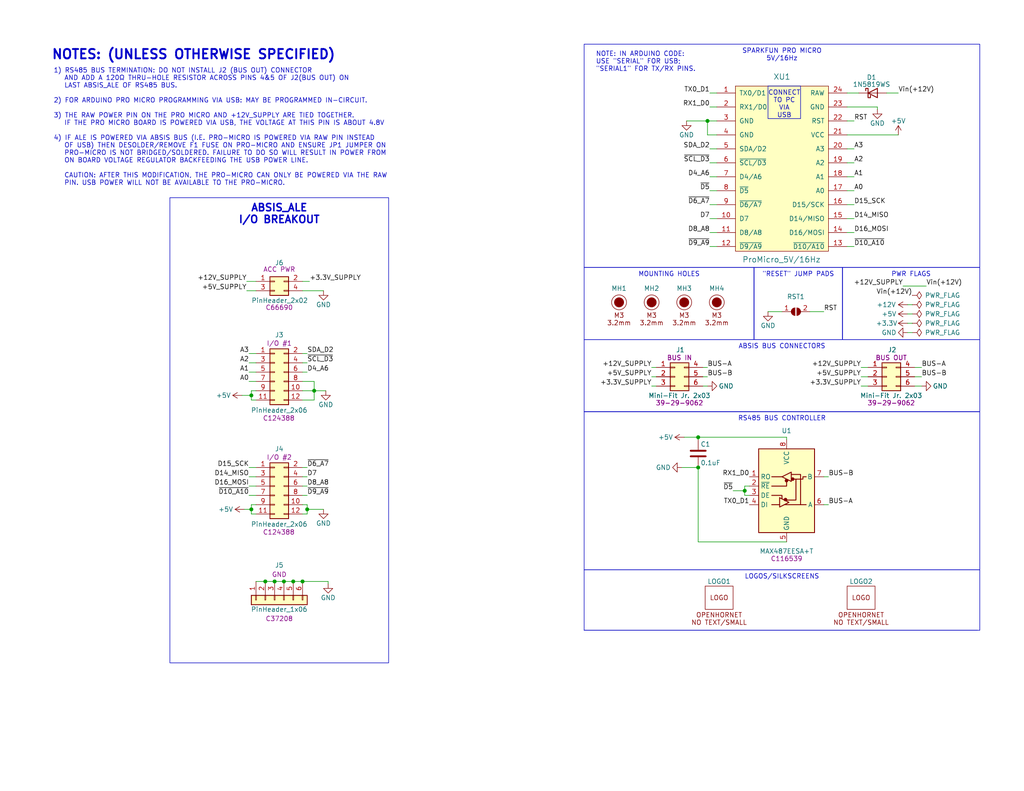
<source format=kicad_sch>
(kicad_sch (version 20231120) (generator "eeschema") (generator_version "8.0")
  (paper "A")
  (title_block (title "ABSIS ALE (ALmost Everything)") (date "2023-11-03") (rev "3") (company "www.openhornet.com") (comment 1 "License:  CC BY-NC-SA"))
  (lib_symbols
    (symbol "Device:D_Schottky" (pin_numbers hide) (pin_names (offset 1.016) hide)
      (property "Reference" "D" (at 0 2.54 0))
      (property "Value" "D_Schottky" (at 0 -2.54 0))
      (symbol "D_Schottky_0_1"
        (polyline (pts (xy 1.27 0) (xy -1.27 0)))
        (polyline (pts (xy 1.27 1.27) (xy 1.27 -1.27) (xy -1.27 0) (xy 1.27 1.27)) (stroke (width 0.254)))
        (polyline (pts (xy -1.905 0.635) (xy -1.905 1.27) (xy -1.27 1.27) (xy -1.27 -1.27) (xy -0.635 -1.27) (xy -0.635 -0.635)) (stroke (width 0.254)))
      )
      (symbol "D_Schottky_1_1"
        (pin passive line (at -3.81 0 0) (length 2.54) (name "K") (number "1"))
        (pin passive line (at 3.81 0 180) (length 2.54) (name "A") (number "2"))
      )
    )
    (symbol "OH_Symbols:Capacitor_0805_0.1uF" (pin_numbers hide) (pin_names (offset 0.254))
      (property "Reference" "C" (at 0.635 2.54 0))
      (property "Value" "0.1uF" (at 0.635 -2.54 0))
      (symbol "Capacitor_0805_0.1uF_0_1"
        (polyline (pts (xy -2.032 -0.762) (xy 2.032 -0.762)) (stroke (width 0.508)))
        (polyline (pts (xy -2.032 0.762) (xy 2.032 0.762)) (stroke (width 0.508)))
      )
      (symbol "Capacitor_0805_0.1uF_1_1"
        (pin passive line (at 0 3.81 270) (length 2.794) (name "~") (number "1"))
        (pin passive line (at 0 -3.81 90) (length 2.794) (name "~") (number "2"))
      )
    )
    (symbol "OH_Symbols:Controller_MAX487E"
      (property "Reference" "U1" (at 0 15.113 0))
      (property "Value" "MAX487EESA+T" (at 0 -17.78 0))
      (property "LCSC" "C116539" (at 0 -19.812 0))
      (symbol "Controller_MAX487E_0_1"
        (rectangle (start -7.62 10.16) (end 7.62 -12.7) (stroke (width 0.254)) (fill (type background)))
        (circle (center -0.3048 -3.683) (radius 0.3556) (stroke (width 0.254)) (fill (type outline)))
        (circle (center -0.0254 1.4986) (radius 0.3556) (stroke (width 0.254)) (fill (type outline)))
        (polyline (pts (xy -4.064 -5.08) (xy -1.905 -5.08)) (stroke (width 0.254)))
        (polyline (pts (xy -4.064 2.54) (xy -1.27 2.54)) (stroke (width 0.254)))
        (polyline (pts (xy -1.27 -3.2004) (xy -1.27 -3.4544)) (stroke (width 0.254)))
        (polyline (pts (xy -0.635 -5.08) (xy 5.334 -5.08)) (stroke (width 0.254)))
        (polyline (pts (xy -4.064 -2.54) (xy -1.27 -2.54) (xy -1.27 -3.175)) (stroke (width 0.254)))
        (polyline (pts (xy 0 1.27) (xy 0 0) (xy -4.064 0)) (stroke (width 0.254)))
        (polyline (pts (xy 1.27 3.175) (xy 3.81 3.175) (xy 3.81 -5.08)) (stroke (width 0.254)))
        (polyline (pts (xy 2.54 1.905) (xy 2.54 -3.81) (xy 0 -3.81)) (stroke (width 0.254)))
        (polyline (pts (xy -1.905 -3.175) (xy -1.905 -5.715) (xy 0.635 -4.445) (xy -1.905 -3.175)) (stroke (width 0.254)))
        (polyline (pts (xy -1.27 2.54) (xy 1.27 3.81) (xy 1.27 1.27) (xy -1.27 2.54)) (stroke (width 0.254)))
        (polyline (pts (xy 1.905 1.905) (xy 4.445 1.905) (xy 4.445 2.54) (xy 5.334 2.54)) (stroke (width 0.254)))
        (rectangle (start 1.27 3.175) (end 1.27 3.175))
        (circle (center 1.651 1.905) (radius 0.3556) (stroke (width 0.254)) (fill (type outline)))
      )
      (symbol "Controller_MAX487E_1_1"
        (pin output line (at -10.16 2.54 0) (length 2.54) (name "RO") (number "1"))
        (pin input line (at -10.16 0 0) (length 2.54) (name "~{RE}") (number "2"))
        (pin input line (at -10.16 -2.54 0) (length 2.54) (name "DE") (number "3"))
        (pin input line (at -10.16 -5.08 0) (length 2.54) (name "DI") (number "4"))
        (pin power_in line (at 0 -15.24 90) (length 2.54) (name "GND") (number "5"))
        (pin bidirectional line (at 10.16 -5.08 180) (length 2.54) (name "A") (number "6"))
        (pin bidirectional line (at 10.16 2.54 180) (length 2.54) (name "B") (number "7"))
        (pin power_in line (at 0 12.7 270) (length 2.54) (name "VCC") (number "8"))
      )
    )
    (symbol "OH_Symbols:Controller_Pro_Micro" (pin_names (offset 1.016))
      (property "Reference" "XU" (at 0 28.194 0))
      (property "Value" "ProMicro_5V/16Hz" (at -0.127 -21.336 0))
      (symbol "Controller_Pro_Micro_0_1"
        (rectangle (start -12.7 26.035) (end 12.7 -19.05) (fill (type background)))
      )
      (symbol "Controller_Pro_Micro_1_1"
        (pin bidirectional line (at -17.78 24.13 0) (length 5.08) (name "TX0/D1") (number "1"))
        (pin bidirectional line (at -17.78 -10.16 0) (length 5.08) (name "D7") (number "10"))
        (pin bidirectional line (at -17.78 -13.97 0) (length 5.08) (name "D8/A8") (number "11"))
        (pin bidirectional line (at -17.78 -17.78 0) (length 5.08) (name "~{D9/A9}") (number "12"))
        (pin bidirectional line (at 17.78 -17.78 180) (length 5.08) (name "~{D10/A10}") (number "13"))
        (pin bidirectional line (at 17.78 -13.97 180) (length 5.08) (name "D16/MOSI") (number "14"))
        (pin bidirectional line (at 17.78 -10.16 180) (length 5.08) (name "D14/MISO") (number "15"))
        (pin bidirectional line (at 17.78 -6.35 180) (length 5.08) (name "D15/SCK") (number "16"))
        (pin bidirectional line (at 17.78 -2.54 180) (length 5.08) (name "A0") (number "17"))
        (pin bidirectional line (at 17.78 1.27 180) (length 5.08) (name "A1") (number "18"))
        (pin bidirectional line (at 17.78 5.08 180) (length 5.08) (name "A2") (number "19"))
        (pin bidirectional line (at -17.78 20.32 0) (length 5.08) (name "RX1/D0") (number "2"))
        (pin bidirectional line (at 17.78 8.89 180) (length 5.08) (name "A3") (number "20"))
        (pin power_in line (at 17.78 12.7 180) (length 5.08) (name "VCC") (number "21"))
        (pin bidirectional line (at 17.78 16.51 180) (length 5.08) (name "RST") (number "22"))
        (pin power_in line (at 17.78 20.32 180) (length 5.08) (name "GND") (number "23"))
        (pin power_in line (at 17.78 24.13 180) (length 5.08) (name "RAW") (number "24"))
        (pin power_in line (at -17.78 16.51 0) (length 5.08) (name "GND") (number "3"))
        (pin power_in line (at -17.78 12.7 0) (length 5.08) (name "GND") (number "4"))
        (pin bidirectional line (at -17.78 8.89 0) (length 5.08) (name "SDA/D2") (number "5"))
        (pin bidirectional line (at -17.78 5.08 0) (length 5.08) (name "~{SCL/D3}") (number "6"))
        (pin bidirectional line (at -17.78 1.27 0) (length 5.08) (name "D4/A6") (number "7"))
        (pin bidirectional line (at -17.78 -2.54 0) (length 5.08) (name "~{D5}") (number "8"))
        (pin bidirectional line (at -17.78 -6.35 0) (length 5.08) (name "~{D6/A7}") (number "9"))
      )
    )
    (symbol "OH_Symbols:Jumper_Solder_2_Open" (pin_names (offset 0) hide)
      (property "Reference" "JP" (at 0 2.032 0))
      (property "Value" "SolderJumper_2_Open" (at 0 -2.54 0))
      (symbol "Jumper_Solder_2_Open_0_1"
        (arc (start -0.254 1.016) (mid -1.2656 0) (end -0.254 -1.016))
        (arc (start -0.254 1.016) (mid -1.2656 0) (end -0.254 -1.016) (fill (type outline)))
        (polyline (pts (xy -0.254 1.016) (xy -0.254 -1.016)))
        (polyline (pts (xy 0.254 1.016) (xy 0.254 -1.016)))
        (arc (start 0.254 -1.016) (mid 1.2656 0) (end 0.254 1.016))
        (arc (start 0.254 -1.016) (mid 1.2656 0) (end 0.254 1.016) (fill (type outline)))
      )
      (symbol "Jumper_Solder_2_Open_1_1"
        (pin passive line (at -3.81 0 0) (length 2.54) (name "A") (number "1"))
        (pin passive line (at 3.81 0 180) (length 2.54) (name "B") (number "2"))
      )
    )
    (symbol "OH_Symbols:LOGO_OpenHornet_NoText_Small" (pin_numbers hide) (pin_names (offset 0) hide) (in_bom no)
      (property "Reference" "LOGO" (at 0 12.7 0))
      (symbol "LOGO_OpenHornet_NoText_Small_0_1"
        (rectangle (start 3.81 5.08) (end -3.81 11.43))
      )
      (symbol "LOGO_OpenHornet_NoText_Small_1_0"
        (text "LOGO" (at 0 8.255 0) (effects (font (size 1.27 1.27))))
        (text "OPENHORNET\nNO TEXT/SMALL" (at 0 2.54 0) (effects (font (size 1.27 1.27))))
      )
    )
    (symbol "OH_Symbols:Molex_Mini-Fit_Jr._2x03" (pin_names (offset 1.016) hide)
      (property "Reference" "J" (at -0.0254 7.239 0))
      (property "Value" "Mini-Fit Jr. 2x03" (at -0.0254 -5.1308 0))
      (property "Manufacturer PN" "39-29-9062" (at -0.0254 -7.1374 0))
      (property "Silkscreen" "BUS IN" (at -0.0254 5.207 0))
      (symbol "Molex_Mini-Fit_Jr._2x03_1_1"
        (rectangle (start -2.54 -2.413) (end -1.27 -2.667) (stroke (width 0.1524)))
        (rectangle (start -2.54 0.127) (end -1.27 -0.127) (stroke (width 0.1524)))
        (rectangle (start -2.54 2.667) (end -1.27 2.413) (stroke (width 0.1524)))
        (rectangle (start -2.54 3.81) (end 2.54 -3.81) (stroke (width 0.254)) (fill (type background)))
        (rectangle (start 2.54 -2.413) (end 1.27 -2.667) (stroke (width 0.1524)))
        (rectangle (start 2.54 0.127) (end 1.27 -0.127) (stroke (width 0.1524)))
        (rectangle (start 2.54 2.667) (end 1.27 2.413) (stroke (width 0.1524)))
        (pin passive line (at -6.35 2.54 0) (length 3.81) (name "Pin_1") (number "1"))
        (pin passive line (at -6.35 0 0) (length 3.81) (name "Pin_2") (number "2"))
        (pin passive line (at -6.35 -2.54 0) (length 3.81) (name "Pin_3") (number "3"))
        (pin passive line (at 6.35 2.54 180) (length 3.81) (name "Pin_4") (number "4"))
        (pin passive line (at 6.35 0 180) (length 3.81) (name "Pin_5") (number "5"))
        (pin passive line (at 6.35 -2.54 180) (length 3.81) (name "Pin_6") (number "6"))
      )
    )
    (symbol "OH_Symbols:MountingHole_M3_3.2mm" (pin_numbers hide) (pin_names (offset 0) hide) (in_bom no)
      (property "Reference" "MH" (at 0 3.81 0))
      (symbol "MountingHole_M3_3.2mm_0_0"
        (circle (center 0 0) (radius 1.27) (fill (type outline)))
        (circle (center 0 0) (radius 2.032))
      )
      (symbol "MountingHole_M3_3.2mm_1_1"
        (text "M3\n3.2mm" (at 0 -4.572 0) (effects (font (size 1.27 1.27))))
      )
    )
    (symbol "OH_Symbols:PinHeader_1x06" (pin_names (offset 1.016) hide)
      (property "Reference" "J" (at 0 8.763 0))
      (property "Value" "PinHeader_1x06" (at 0 -4.953 0))
      (property "LCSC" "C37208" (at 0 -7.112 0))
      (property "Silkscreen" "GND" (at 0 6.477 0))
      (symbol "PinHeader_1x06_1_1"
        (rectangle (start -7.747 -0.127) (end 7.493 -2.667) (stroke (width 0.254)) (fill (type background)))
        (rectangle (start -6.35 -1.397) (end -6.604 -0.127) (stroke (width 0.1524)))
        (rectangle (start -3.81 -1.397) (end -4.064 -0.127) (stroke (width 0.1524)))
        (rectangle (start -1.27 -1.397) (end -1.524 -0.127) (stroke (width 0.1524)))
        (rectangle (start 1.27 -1.397) (end 1.016 -0.127) (stroke (width 0.1524)))
        (rectangle (start 3.81 -1.397) (end 3.556 -0.127) (stroke (width 0.1524)))
        (rectangle (start 6.35 -1.397) (end 6.096 -0.127) (stroke (width 0.1524)))
        (pin passive line (at -6.477 3.683 270) (length 3.81) (name "Pin_1") (number "1"))
        (pin passive line (at -3.937 3.683 270) (length 3.81) (name "Pin_2") (number "2"))
        (pin passive line (at -1.397 3.683 270) (length 3.81) (name "Pin_3") (number "3"))
        (pin passive line (at 1.143 3.683 270) (length 3.81) (name "Pin_4") (number "4"))
        (pin passive line (at 3.683 3.683 270) (length 3.81) (name "Pin_5") (number "5"))
        (pin passive line (at 6.223 3.683 270) (length 3.81) (name "Pin_6") (number "6"))
      )
    )
    (symbol "OH_Symbols:PinHeader_2x02" (pin_names (offset 1.016) hide)
      (property "Reference" "J" (at 1.27 5.08 0))
      (property "Value" "PinHeader_2x02" (at 1.397 -5.207 0))
      (property "LCSC" "C66690" (at 1.27 -7.112 0))
      (property "Silkscreen" "ACC PWR" (at 1.27 3.302 0))
      (symbol "PinHeader_2x02_1_1"
        (rectangle (start -1.27 -2.413) (end 0 -2.667) (stroke (width 0.1524)))
        (rectangle (start -1.27 0.127) (end 0 -0.127) (stroke (width 0.1524)))
        (rectangle (start -1.27 1.27) (end 3.81 -3.81) (stroke (width 0.254)) (fill (type background)))
        (rectangle (start 3.81 -2.413) (end 2.54 -2.667) (stroke (width 0.1524)))
        (rectangle (start 3.81 0.127) (end 2.54 -0.127) (stroke (width 0.1524)))
        (pin passive line (at -5.08 0 0) (length 3.81) (name "Pin_1") (number "1"))
        (pin passive line (at 7.62 0 180) (length 3.81) (name "Pin_2") (number "2"))
        (pin passive line (at -5.08 -2.54 0) (length 3.81) (name "Pin_3") (number "3"))
        (pin passive line (at 7.62 -2.54 180) (length 3.81) (name "Pin_4") (number "4"))
      )
    )
    (symbol "OH_Symbols:PinHeader_2x06" (pin_names (offset 1.016) hide)
      (property "Reference" "J" (at 1.27 10.16 0))
      (property "Value" "PinHeader_2x06" (at 1.27 -10.414 0))
      (property "LCSC" "C124388" (at 1.143 -12.573 0))
      (property "Silkscreen" "I/O #" (at 1.27 7.874 0))
      (symbol "PinHeader_2x06_1_1"
        (rectangle (start -1.27 -7.493) (end 0 -7.747) (stroke (width 0.1524)))
        (rectangle (start -1.27 -4.953) (end 0 -5.207) (stroke (width 0.1524)))
        (rectangle (start -1.27 -2.413) (end 0 -2.667) (stroke (width 0.1524)))
        (rectangle (start -1.27 0.127) (end 0 -0.127) (stroke (width 0.1524)))
        (rectangle (start -1.27 2.667) (end 0 2.413) (stroke (width 0.1524)))
        (rectangle (start -1.27 5.207) (end 0 4.953) (stroke (width 0.1524)))
        (rectangle (start -1.27 6.35) (end 3.81 -8.89) (stroke (width 0.254)) (fill (type background)))
        (rectangle (start 3.81 -7.493) (end 2.54 -7.747) (stroke (width 0.1524)))
        (rectangle (start 3.81 -4.953) (end 2.54 -5.207) (stroke (width 0.1524)))
        (rectangle (start 3.81 -2.413) (end 2.54 -2.667) (stroke (width 0.1524)))
        (rectangle (start 3.81 0.127) (end 2.54 -0.127) (stroke (width 0.1524)))
        (rectangle (start 3.81 2.667) (end 2.54 2.413) (stroke (width 0.1524)))
        (rectangle (start 3.81 5.207) (end 2.54 4.953) (stroke (width 0.1524)))
        (pin passive line (at -5.08 5.08 0) (length 3.81) (name "Pin_1") (number "1"))
        (pin passive line (at 7.62 -5.08 180) (length 3.81) (name "Pin_10") (number "10"))
        (pin passive line (at -5.08 -7.62 0) (length 3.81) (name "Pin_11") (number "11"))
        (pin passive line (at 7.62 -7.62 180) (length 3.81) (name "Pin_12") (number "12"))
        (pin passive line (at 7.62 5.08 180) (length 3.81) (name "Pin_2") (number "2"))
        (pin passive line (at -5.08 2.54 0) (length 3.81) (name "Pin_3") (number "3"))
        (pin passive line (at 7.62 2.54 180) (length 3.81) (name "Pin_4") (number "4"))
        (pin passive line (at -5.08 0 0) (length 3.81) (name "Pin_5") (number "5"))
        (pin passive line (at 7.62 0 180) (length 3.81) (name "Pin_6") (number "6"))
        (pin passive line (at -5.08 -2.54 0) (length 3.81) (name "Pin_7") (number "7"))
        (pin passive line (at 7.62 -2.54 180) (length 3.81) (name "Pin_8") (number "8"))
        (pin passive line (at -5.08 -5.08 0) (length 3.81) (name "Pin_9") (number "9"))
      )
    )
    (symbol "power:+12V" (power) (pin_names (offset 0))
      (property "Value" "+12V" (at 0 3.556 0))
      (symbol "+12V_0_1"
        (polyline (pts (xy -0.762 1.27) (xy 0 2.54)))
        (polyline (pts (xy 0 0) (xy 0 2.54)))
        (polyline (pts (xy 0 2.54) (xy 0.762 1.27)))
      )
      (symbol "+12V_1_1"
        (pin power_in line (at 0 0 90) (length 0) hide (name "+12V") (number "1"))
      )
    )
    (symbol "power:+3.3V" (power) (pin_names (offset 0))
      (property "Value" "+3.3V" (at 0 3.556 0))
      (symbol "+3.3V_0_1"
        (polyline (pts (xy -0.762 1.27) (xy 0 2.54)))
        (polyline (pts (xy 0 0) (xy 0 2.54)))
        (polyline (pts (xy 0 2.54) (xy 0.762 1.27)))
      )
      (symbol "+3.3V_1_1"
        (pin power_in line (at 0 0 90) (length 0) hide (name "+3.3V") (number "1"))
      )
    )
    (symbol "power:+5V" (power) (pin_names (offset 0))
      (property "Value" "+5V" (at 0 3.556 0))
      (symbol "+5V_0_1"
        (polyline (pts (xy -0.762 1.27) (xy 0 2.54)))
        (polyline (pts (xy 0 0) (xy 0 2.54)))
        (polyline (pts (xy 0 2.54) (xy 0.762 1.27)))
      )
      (symbol "+5V_1_1"
        (pin power_in line (at 0 0 90) (length 0) hide (name "+5V") (number "1"))
      )
    )
    (symbol "power:GND" (power) (pin_names (offset 0))
      (property "Value" "GND" (at 0 -3.81 0))
      (symbol "GND_0_1"
        (polyline (pts (xy 0 0) (xy 0 -1.27) (xy 1.27 -1.27) (xy 0 -2.54) (xy -1.27 -1.27) (xy 0 -1.27)))
      )
      (symbol "GND_1_1"
        (pin power_in line (at 0 0 270) (length 0) hide (name "GND") (number "1"))
      )
    )
    (symbol "power:PWR_FLAG" (power) (pin_numbers hide) (pin_names (offset 0) hide)
      (property "Value" "PWR_FLAG" (at 0 3.81 0))
      (symbol "PWR_FLAG_0_0"
        (pin power_out line (at 0 0 90) (length 0) (name "pwr") (number "1"))
      )
      (symbol "PWR_FLAG_0_1"
        (polyline (pts (xy 0 0) (xy 0 1.27) (xy -1.016 1.905) (xy 0 2.54) (xy 1.016 1.905) (xy 0 1.27)))
      )
    )
  )
  (junction (at 72.39 158.75))
  (junction (at 190.5 127.635))
  (junction (at 85.725 106.68))
  (junction (at 74.93 158.75))
  (junction (at 190.5 119.38))
  (junction (at 77.47 158.75))
  (junction (at 193.04 33.02))
  (junction (at 80.01 158.75))
  (junction (at 203.2 133.985))
  (junction (at 68.58 107.95))
  (junction (at 82.55 158.75))
  (junction (at 83.82 139.065))
  (junction (at 68.58 139.065))
  (wire (pts (xy 193.675 55.88) (xy 195.58 55.88)))
  (wire (pts (xy 203.2 133.985) (xy 203.2 135.255)))
  (wire (pts (xy 177.8 105.41) (xy 179.07 105.41)))
  (wire (pts (xy 88.265 139.065) (xy 83.82 139.065)))
  (wire (pts (xy 193.04 36.83) (xy 195.58 36.83)))
  (wire (pts (xy 193.675 40.64) (xy 195.58 40.64)))
  (wire (pts (xy 193.675 52.07) (xy 195.58 52.07)))
  (wire (pts (xy 209.55 85.09) (xy 213.36 85.09)))
  (wire (pts (xy 226.06 137.795) (xy 224.79 137.795)))
  (wire (pts (xy 191.77 105.41) (xy 193.04 105.41)))
  (wire (pts (xy 193.675 44.45) (xy 195.58 44.45)))
  (wire (pts (xy 83.82 101.6) (xy 82.55 101.6)))
  (wire (pts (xy 83.82 130.175) (xy 82.55 130.175)))
  (wire (pts (xy 77.47 158.75) (xy 80.01 158.75)))
  (wire (pts (xy 193.675 25.4) (xy 195.58 25.4)))
  (wire (pts (xy 83.82 99.06) (xy 82.55 99.06)))
  (wire (pts (xy 247.65 90.805) (xy 248.92 90.805)))
  (wire (pts (xy 67.945 127.635) (xy 69.85 127.635)))
  (wire (pts (xy 85.725 109.22) (xy 85.725 106.68)))
  (wire (pts (xy 214.63 147.955) (xy 190.5 147.955)))
  (wire (pts (xy 190.5 119.38) (xy 190.5 120.015)))
  (wire (pts (xy 83.82 139.065) (xy 83.82 140.335)))
  (wire (pts (xy 203.2 132.715) (xy 203.2 133.985)))
  (wire (pts (xy 249.555 105.41) (xy 251.46 105.41)))
  (wire (pts (xy 231.14 55.88) (xy 233.045 55.88)))
  (wire (pts (xy 66.04 107.95) (xy 68.58 107.95)))
  (wire (pts (xy 68.58 106.68) (xy 68.58 107.95)))
  (wire (pts (xy 68.58 139.065) (xy 68.58 140.335)))
  (wire (pts (xy 239.395 29.21) (xy 239.395 29.845)))
  (wire (pts (xy 247.65 88.265) (xy 248.92 88.265)))
  (wire (pts (xy 203.2 135.255) (xy 204.47 135.255)))
  (wire (pts (xy 177.8 100.33) (xy 179.07 100.33)))
  (wire (pts (xy 231.14 59.69) (xy 233.045 59.69)))
  (wire (pts (xy 69.85 106.68) (xy 68.58 106.68)))
  (wire (pts (xy 67.31 79.375) (xy 69.85 79.375)))
  (wire (pts (xy 83.82 132.715) (xy 82.55 132.715)))
  (wire (pts (xy 231.14 52.07) (xy 233.045 52.07)))
  (wire (pts (xy 88.265 79.375) (xy 82.55 79.375)))
  (wire (pts (xy 82.55 109.22) (xy 85.725 109.22)))
  (wire (pts (xy 83.82 96.52) (xy 82.55 96.52)))
  (wire (pts (xy 89.535 159.385) (xy 89.535 158.75)))
  (wire (pts (xy 193.675 59.69) (xy 195.58 59.69)))
  (wire (pts (xy 83.82 137.795) (xy 82.55 137.795)))
  (wire (pts (xy 231.14 36.83) (xy 245.11 36.83)))
  (wire (pts (xy 231.14 40.64) (xy 233.045 40.64)))
  (wire (pts (xy 69.85 158.75) (xy 72.39 158.75)))
  (wire (pts (xy 246.38 78.105) (xy 252.73 78.105)))
  (wire (pts (xy 195.58 33.02) (xy 193.04 33.02)))
  (wire (pts (xy 203.2 132.715) (xy 204.47 132.715)))
  (wire (pts (xy 84.455 76.835) (xy 82.55 76.835)))
  (wire (pts (xy 83.82 127.635) (xy 82.55 127.635)))
  (wire (pts (xy 67.945 132.715) (xy 69.85 132.715)))
  (polyline (pts (xy 159.385 172.085) (xy 266.7 172.085)))
  (wire (pts (xy 245.11 25.4) (xy 241.935 25.4)))
  (wire (pts (xy 69.85 137.795) (xy 68.58 137.795)))
  (wire (pts (xy 80.01 158.75) (xy 82.55 158.75)))
  (wire (pts (xy 85.725 106.68) (xy 85.725 104.14)))
  (wire (pts (xy 66.675 139.065) (xy 68.58 139.065)))
  (wire (pts (xy 67.945 104.14) (xy 69.85 104.14)))
  (wire (pts (xy 67.945 130.175) (xy 69.85 130.175)))
  (wire (pts (xy 193.04 33.02) (xy 193.04 36.83)))
  (wire (pts (xy 191.77 102.87) (xy 193.04 102.87)))
  (wire (pts (xy 190.5 119.38) (xy 214.63 119.38)))
  (wire (pts (xy 72.39 158.75) (xy 74.93 158.75)))
  (wire (pts (xy 83.82 135.255) (xy 82.55 135.255)))
  (wire (pts (xy 231.14 29.21) (xy 239.395 29.21)))
  (wire (pts (xy 247.65 83.185) (xy 248.92 83.185)))
  (wire (pts (xy 88.9 106.68) (xy 85.725 106.68)))
  (wire (pts (xy 191.77 100.33) (xy 193.04 100.33)))
  (wire (pts (xy 220.98 85.09) (xy 224.79 85.09)))
  (wire (pts (xy 67.945 96.52) (xy 69.85 96.52)))
  (wire (pts (xy 193.675 29.21) (xy 195.58 29.21)))
  (wire (pts (xy 249.555 100.33) (xy 251.46 100.33)))
  (wire (pts (xy 231.14 33.02) (xy 233.045 33.02)))
  (wire (pts (xy 200.025 133.985) (xy 203.2 133.985)))
  (wire (pts (xy 231.14 63.5) (xy 233.045 63.5)))
  (wire (pts (xy 68.58 109.22) (xy 69.85 109.22)))
  (wire (pts (xy 74.93 158.75) (xy 77.47 158.75)))
  (wire (pts (xy 186.69 119.38) (xy 190.5 119.38)))
  (wire (pts (xy 231.14 48.26) (xy 233.045 48.26)))
  (wire (pts (xy 193.675 67.31) (xy 195.58 67.31)))
  (wire (pts (xy 247.65 85.725) (xy 248.92 85.725)))
  (wire (pts (xy 82.55 140.335) (xy 83.82 140.335)))
  (wire (pts (xy 68.58 140.335) (xy 69.85 140.335)))
  (wire (pts (xy 231.14 67.31) (xy 233.045 67.31)))
  (wire (pts (xy 83.82 139.065) (xy 83.82 137.795)))
  (wire (pts (xy 82.55 158.75) (xy 89.535 158.75)))
  (wire (pts (xy 234.95 102.87) (xy 236.855 102.87)))
  (wire (pts (xy 85.725 104.14) (xy 82.55 104.14)))
  (wire (pts (xy 68.58 137.795) (xy 68.58 139.065)))
  (wire (pts (xy 234.95 100.33) (xy 236.855 100.33)))
  (wire (pts (xy 234.95 105.41) (xy 236.855 105.41)))
  (wire (pts (xy 193.675 48.26) (xy 195.58 48.26)))
  (wire (pts (xy 214.63 119.38) (xy 214.63 120.015)))
  (wire (pts (xy 67.945 135.255) (xy 69.85 135.255)))
  (wire (pts (xy 67.945 101.6) (xy 69.85 101.6)))
  (wire (pts (xy 224.79 130.175) (xy 226.06 130.175)))
  (wire (pts (xy 190.5 147.955) (xy 190.5 127.635)))
  (wire (pts (xy 67.31 76.835) (xy 69.85 76.835)))
  (wire (pts (xy 82.55 106.68) (xy 85.725 106.68)))
  (wire (pts (xy 249.555 102.87) (xy 251.46 102.87)))
  (wire (pts (xy 231.14 25.4) (xy 234.315 25.4)))
  (wire (pts (xy 193.04 33.02) (xy 187.325 33.02)))
  (wire (pts (xy 67.945 99.06) (xy 69.85 99.06)))
  (wire (pts (xy 186.055 127.635) (xy 190.5 127.635)))
  (wire (pts (xy 68.58 107.95) (xy 68.58 109.22)))
  (wire (pts (xy 177.8 102.87) (xy 179.07 102.87)))
  (wire (pts (xy 193.675 63.5) (xy 195.58 63.5)))
  (wire (pts (xy 231.14 44.45) (xy 233.045 44.45)))
  (text_box "SPARKFUN PRO MICRO\n5V/16Hz" (at 159.385 12.065 0) (size 107.95 60.96) (effects (font (size 1.27 1.27)) (justify top)))
  (text_box "LOGOS/SILKSCREENS" (at 159.385 155.575 0) (size 107.95 16.51) (effects (font (size 1.27 1.27)) (justify top)))
  (text_box "CONNECT TO PC VIA USB" (at 209.55 23.495 0) (size 8.89 8.89) (effects (font (size 1.27 1.27)) (justify top)))
  (text_box "ABSIS BUS CONNECTORS" (at 159.385 92.71 0) (size 107.95 19.685) (effects (font (size 1.27 1.27)) (justify top)))
  (text_box "PWR FLAGS" (at 229.87 73.025 0) (size 37.465 19.685) (effects (font (size 1.27 1.27)) (justify top)))
  (text_box "MOUNTING HOLES" (at 159.385 73.025 0) (size 46.355 19.685) (effects (font (size 1.27 1.27)) (justify top)))
  (text_box "ABSIS_ALE\nI/O BREAKOUT" (at 46.355 53.975 0) (size 59.69 127) (effects (font (size 2 2) (thickness 0.4) (bold yes)) (justify top)))
  (text_box "\"RESET\" JUMP PADS" (at 205.74 73.025 0) (size 24.13 19.685) (effects (font (size 1.27 1.27)) (justify top)))
  (text_box "RS485 BUS CONTROLLER" (at 159.385 112.395 0) (size 107.95 43.18) (effects (font (size 1.27 1.27)) (justify top)))
  (text "NOTES: (UNLESS OTHERWISE SPECIFIED)" (at 13.97 16.51 0) (effects (font (size 2.54 2.54) (thickness 0.508) (bold yes)) (justify left bottom)))
  (text "1) RS485 BUS TERMINATION: DO NOT INSTALL J2 (BUS OUT) CONNECTOR \n   AND ADD A 120Ω THRU-HOLE RESISTOR ACROSS PINS 4&5 OF J2(BUS OUT) ON \n   LAST ABSIS_ALE OF RS485 BUS.\n\n2) FOR ARDUINO PRO MICRO PROGRAMMING VIA USB: MAY BE PROGRAMMED IN-CIRCUIT.\n\n3) THE RAW POWER PIN ON THE PRO MICRO AND +12V_SUPPLY ARE TIED TOGETHER.\n   IF THE PRO MICRO BOARD IS POWERED VIA USB, THE VOLTAGE AT THIS PIN IS ABOUT 4.8V\n\n4) IF ALE IS POWERED VIA ABSIS BUS (I.E. PRO-MICRO IS POWERED VIA RAW PIN INSTEAD \n   OF USB) THEN DESOLDER/REMOVE F1 FUSE ON PRO-MICRO AND ENSURE JP1 JUMPER ON \n   PRO-MICRO IS NOT BRIDGED/SOLDERED. FAILURE TO DO SO WILL RESULT IN POWER FROM\n   ON BOARD VOLTAGE REGULATOR BACKFEEDING THE USB POWER LINE.\n\n   CAUTION: AFTER THIS MODIFICATION, THE PRO-MICRO CAN ONLY BE POWERED VIA THE RAW\n   PIN. USB POWER WILL NOT BE AVAILABLE TO THE PRO-MICRO." (at 14.605 50.8 0) (effects (font (size 1.27 1.27)) (justify left bottom)))
  (text "NOTE: IN ARDUINO CODE: \nUSE \"SERIAL\" FOR USB; \n\"SERIAL1\" FOR TX/RX PINS." (at 162.56 19.685 0) (effects (font (size 1.27 1.27)) (justify left bottom)))
  (label "Vin(+12V)" (at 252.73 78.105 0))
  (label "RST" (at 224.79 85.09 0))
  (label "~{SCL_D3}" (at 193.675 44.45 180))
  (label "Vin(+12V)" (at 245.11 25.4 0))
  (label "BUS-A" (at 226.06 137.795 0))
  (label "+12V_SUPPLY" (at 246.38 78.105 180))
  (label "D14_MISO" (at 233.045 59.69 0))
  (label "BUS-B" (at 251.46 102.87 0))
  (label "~{D10_A10}" (at 67.945 135.255 180))
  (label "D15_SCK" (at 233.045 55.88 0))
  (label "D8_A8" (at 83.82 132.715 0))
  (label "+12V_SUPPLY" (at 177.8 100.33 180))
  (label "+12V_SUPPLY" (at 234.95 100.33 180))
  (label "~{D6_A7}" (at 193.675 55.88 180))
  (label "SDA_D2" (at 83.82 96.52 0))
  (label "+12V_SUPPLY" (at 67.31 76.835 180))
  (label "~{D9_A9}" (at 193.675 67.31 180))
  (label "+5V_SUPPLY" (at 234.95 102.87 180))
  (label "D16_MOSI" (at 233.045 63.5 0))
  (label "~{D9_A9}" (at 83.82 135.255 0))
  (label "A1" (at 67.945 101.6 180))
  (label "D14_MISO" (at 67.945 130.175 180))
  (label "A3" (at 233.045 40.64 0))
  (label "BUS-A" (at 193.04 100.33 0))
  (label "A2" (at 67.945 99.06 180))
  (label "D7" (at 193.675 59.69 180))
  (label "Vin(+12V)" (at 248.92 80.645 180))
  (label "BUS-B" (at 193.04 102.87 0))
  (label "A2" (at 233.045 44.45 0))
  (label "+3.3V_SUPPLY" (at 234.95 105.41 180))
  (label "D4_A6" (at 193.675 48.26 180))
  (label "+3.3V_SUPPLY" (at 177.8 105.41 180))
  (label "~{D6_A7}" (at 83.82 127.635 0))
  (label "~{D10_A10}" (at 233.045 67.31 0))
  (label "TX0_D1" (at 193.675 25.4 180))
  (label "~{D5}" (at 193.675 52.07 180))
  (label "A0" (at 67.945 104.14 180))
  (label "D15_SCK" (at 67.945 127.635 180))
  (label "+3.3V_SUPPLY" (at 84.455 76.835 0))
  (label "~{SCL_D3}" (at 83.82 99.06 0))
  (label "A1" (at 233.045 48.26 0))
  (label "SDA_D2" (at 193.675 40.64 180))
  (label "D4_A6" (at 83.82 101.6 0))
  (label "A0" (at 233.045 52.07 0))
  (label "+5V_SUPPLY" (at 67.31 79.375 180))
  (label "TX0_D1" (at 204.47 137.795 180))
  (label "~{D5}" (at 200.025 133.985 180))
  (label "RX1_D0" (at 204.47 130.175 180))
  (label "RX1_D0" (at 193.675 29.21 180))
  (label "A3" (at 67.945 96.52 180))
  (label "+5V_SUPPLY" (at 177.8 102.87 180))
  (label "BUS-A" (at 251.46 100.33 0))
  (label "D8_A8" (at 193.675 63.5 180))
  (label "D16_MOSI" (at 67.945 132.715 180))
  (label "RST" (at 233.045 33.02 0))
  (label "D7" (at 83.82 130.175 0))
  (label "BUS-B" (at 226.06 130.175 0))
  (symbol (lib_id "power:GND") (at 247.65 90.805 270) (unit 1)
    (property "Reference" "#PWR0103" (effects (hide yes)))
    (property "Value" "GND" (at 242.57 90.805 90))
  )
  (symbol (lib_id "power:GND") (at 88.265 139.065 0) (unit 1)
    (property "Reference" "#PWR06" (effects (hide yes)))
    (property "Value" "GND" (at 88.265 142.875 0))
  )
  (symbol (lib_id "OH_Symbols:PinHeader_2x02") (at 74.93 76.835 0) (unit 1)
    (property "Reference" "J6" (at 76.2 71.755 0))
    (property "Value" "PinHeader_2x02" (at 76.327 82.042 0))
    (property "Footprint" "OH_Footprints:PinHeader_2x02_P2.54mm_Vertical" (effects (hide yes)))
    (property "Datasheet" "https://jlcpcb.com/partdetail/boomele_boom_Precision_elec-C66690/C66690" (effects (hide yes)))
    (property "LCSC" "C66690" (at 76.2 83.947 0))
    (property "Manufacturer PN" "C66690" (effects (hide yes)))
    (property "Silkscreen" "ACC PWR" (at 76.2 73.533 0))
  )
  (symbol (lib_id "power:GND") (at 88.265 79.375 0) (unit 1)
    (property "Reference" "#PWR08" (effects (hide yes)))
    (property "Value" "GND" (at 88.265 83.185 0))
  )
  (symbol (lib_id "OH_Symbols:Molex_Mini-Fit_Jr._2x03") (at 185.42 102.87 0) (unit 1)
    (property "Reference" "J1" (at 185.6232 95.5294 0))
    (property "Value" "Mini-Fit Jr. 2x03" (at 185.3946 108.0008 0))
    (property "Footprint" "OH_Footprints:Molex_Mini-Fit_Jr_5566-06A2_2x03_P4.20mm_Vertical" (effects (hide yes)))
    (property "Datasheet" "https://datasheet.lcsc.com/lcsc/2005291105_MOLEX-39299062_C505177.pdf" (effects (hide yes)))
    (property "LCSC" "C505177" (effects (hide yes)))
    (property "Manufacturer PN" "39-29-9062" (at 185.3946 110.0074 0))
    (property "Silkscreen" "BUS IN" (at 185.3946 97.663 0))
  )
  (symbol (lib_id "power:GND") (at 193.04 105.41 90) (unit 1)
    (property "Reference" "#PWR0106" (effects (hide yes)))
    (property "Value" "GND" (at 198.12 105.41 90))
  )
  (symbol (lib_id "OH_Symbols:Molex_Mini-Fit_Jr._2x03") (at 243.205 102.87 0) (unit 1)
    (property "Reference" "J2" (at 243.4082 95.5294 0))
    (property "Value" "Mini-Fit Jr. 2x03" (at 243.1796 108.0008 0))
    (property "Footprint" "OH_Footprints:Molex_Mini-Fit_Jr_5566-06A2_2x03_P4.20mm_Vertical" (effects (hide yes)))
    (property "Datasheet" "https://datasheet.lcsc.com/lcsc/2005291105_MOLEX-39299062_C505177.pdf" (effects (hide yes)))
    (property "LCSC" "C505177" (effects (hide yes)))
    (property "Manufacturer PN" "39-29-9062" (at 243.1796 110.0074 0))
    (property "Silkscreen" "BUS OUT" (at 243.1796 97.663 0))
  )
  (symbol (lib_id "power:GND") (at 251.46 105.41 90) (unit 1)
    (property "Reference" "#PWR0109" (effects (hide yes)))
    (property "Value" "GND" (at 256.54 105.41 90))
  )
  (symbol (lib_id "power:+5V") (at 186.69 119.38 90) (unit 1)
    (property "Reference" "#PWR0107" (effects (hide yes)))
    (property "Value" "+5V" (at 181.61 119.38 90))
  )
  (symbol (lib_id "OH_Symbols:Controller_Pro_Micro") (at 213.36 49.53 0) (unit 1)
    (property "Reference" "XU1" (at 213.36 20.955 0) (effects (font (size 1.524 1.524))))
    (property "Value" "ProMicro_5V/16Hz" (at 213.233 70.866 0) (effects (font (size 1.524 1.524))))
    (property "Footprint" "OH_Footprints:DIP-24_W15.24mm_Socket" (effects (hide yes)))
    (property "Datasheet" "https://cdn.sparkfun.com/datasheets/Dev/Arduino/Boards/ATMega32U4.pdf" (effects (hide yes)))
    (property "Manufacturer PN" "Pro Micro - 5V/16MHz" (effects (hide yes)))
  )
  (symbol (lib_id "power:+5V") (at 245.11 36.83 0) (unit 1)
    (property "Reference" "#PWR045" (effects (hide yes)))
    (property "Value" "+5V" (at 245.11 33.02 0))
  )
  (symbol (lib_id "power:GND") (at 239.395 29.845 0) (unit 1)
    (property "Reference" "#PWR042" (effects (hide yes)))
    (property "Value" "GND" (at 239.395 33.655 0))
  )
  (symbol (lib_id "power:GND") (at 187.325 33.02 0) (unit 1)
    (property "Reference" "#PWR025" (effects (hide yes)))
    (property "Value" "GND" (at 187.325 36.83 0))
  )
  (symbol (lib_id "OH_Symbols:LOGO_OpenHornet_NoText_Small") (at 234.95 171.45 0) (unit 1) (in_bom no)
    (property "Reference" "LOGO2" (at 234.95 158.75 0))
    (property "Value" "LOGO" (effects (hide yes)))
    (property "Footprint" "OH_Footprints:LOGO_OH_NoText_Small" (effects (hide yes)))
    (property "Datasheet" "https://www.openhornet.com" (effects (hide yes)))
  )
  (symbol (lib_id "OH_Symbols:PinHeader_2x06") (at 74.93 101.6 0) (unit 1)
    (property "Reference" "J3" (at 76.2 91.44 0))
    (property "Value" "PinHeader_2x06" (at 76.2 112.014 0))
    (property "Footprint" "OH_Footprints:PinHeader_2x06_P2.54mm_Vertical" (effects (hide yes)))
    (property "Datasheet" "https://datasheet.lcsc.com/lcsc/1810241611_Ckmtw-Shenzhen-Cankemeng-B-2100S12P-B110_C124388.pdf" (effects (hide yes)))
    (property "LCSC" "C124388" (at 76.073 114.173 0))
    (property "Manufacturer PN" "B-2100S12P-B110" (effects (hide yes)))
    (property "Silkscreen" "I/O #1" (at 76.2 93.726 0))
  )
  (symbol (lib_id "OH_Symbols:PinHeader_2x06") (at 74.93 132.715 0) (unit 1)
    (property "Reference" "J4" (at 76.2 122.555 0))
    (property "Value" "PinHeader_2x06" (at 76.2 143.129 0))
    (property "Footprint" "OH_Footprints:PinHeader_2x06_P2.54mm_Vertical" (effects (hide yes)))
    (property "Datasheet" "https://datasheet.lcsc.com/lcsc/1810241611_Ckmtw-Shenzhen-Cankemeng-B-2100S12P-B110_C124388.pdf" (effects (hide yes)))
    (property "LCSC" "C124388" (at 76.073 145.288 0))
    (property "Manufacturer PN" "B-2100S12P-B110" (effects (hide yes)))
    (property "Silkscreen" "I/O #2" (at 76.2 124.841 0))
  )
  (symbol (lib_id "OH_Symbols:PinHeader_1x06") (at 76.327 162.433 0) (unit 1)
    (property "Reference" "J5" (at 76.2 154.305 0))
    (property "Value" "PinHeader_1x06" (at 76.2 166.37 0))
    (property "Footprint" "OH_Footprints:PinHeader_1x06_P2.54mm_Vertical" (effects (hide yes)))
    (property "Datasheet" "https://datasheet.lcsc.com/lcsc/1810312320_BOOMELE-Boom-Precision-Elec-C37208_C37208.pdf" (effects (hide yes)))
    (property "LCSC" "C37208" (at 76.2 168.91 0))
    (property "Manufacturer PN" "PH1-06-UA" (effects (hide yes)))
    (property "Silkscreen" "GND" (at 76.2 156.845 0))
  )
  (symbol (lib_id "OH_Symbols:MountingHole_M3_3.2mm") (at 186.69 82.55 0) (unit 1) (exclude_from_sim yes) (in_bom no)
    (property "Reference" "MH3" (at 186.69 78.74 0))
    (property "Value" "M3 / 3.2mm" (effects (hide yes)))
    (property "Footprint" "OH_Footprints:MountingHole_3.2mm_M3_DIN965" (effects (hide yes)))
  )
  (symbol (lib_id "OH_Symbols:Controller_MAX487E") (at 214.63 132.715 0) (unit 1)
    (property "Reference" "U1" (at 214.63 117.602 0))
    (property "Value" "MAX487EESA+T" (at 214.63 150.495 0))
    (property "Footprint" "OH_Footprints:SOIC-8_3.9x4.9mm_P1.27mm" (effects (hide yes)))
    (property "Datasheet" "https://datasheet.lcsc.com/szlcsc/Maxim-Integrated-MAX487EESA-T_C116539.pdf" (effects (hide yes)))
    (property "LCSC" "C116539" (at 214.63 152.527 0))
    (property "Manufacturer PN" "MAX487EESA+T" (effects (hide yes)))
  )
  (symbol (lib_id "power:+5V") (at 247.65 85.725 90) (unit 1)
    (property "Reference" "#PWR0101" (effects (hide yes)))
    (property "Value" "+5V" (at 242.57 85.725 90))
  )
  (symbol (lib_id "power:PWR_FLAG") (at 248.92 90.805 270) (unit 1)
    (property "Reference" "#FLG0104" (effects (hide yes)))
    (property "Value" "PWR_FLAG" (at 257.175 90.805 90))
  )
  (symbol (lib_id "OH_Symbols:Capacitor_0805_0.1uF") (at 190.5 123.825 0) (unit 1)
    (property "Reference" "C1" (at 191.135 121.285 0) (effects (justify left)))
    (property "Value" "0.1uF" (at 191.135 126.365 0) (effects (justify left)))
    (property "Footprint" "OH_Footprints:C_0805_2012Metric" (effects (hide yes)))
    (property "Datasheet" "https://datasheet.lcsc.com/szlcsc/YAGEO-CChttps://datasheet.lcsc.com/szlcsc/YAGEO-https://datasheet.lcsc.com/szlcsc/YAGEO-CC0805KRX7R9BB104_C49678.pdf" (effects (hide yes)))
    (property "LCSC" "C49678" (effects (hide yes)))
    (property "Manufacturer PN" "CC0805KRX7R9BB104" (effects (hide yes)))
  )
  (symbol (lib_id "power:GND") (at 186.055 127.635 270) (unit 1)
    (property "Reference" "#PWR0104" (effects (hide yes)))
    (property "Value" "GND" (at 180.975 127.635 90))
  )
  (symbol (lib_id "OH_Symbols:Jumper_Solder_2_Open") (at 217.17 85.09 0) (unit 1) (in_bom no)
    (property "Reference" "RST1" (at 217.1446 81.0006 0))
    (property "Value" "RST" (effects (hide yes)))
    (property "Footprint" "OH_Footprints:SolderJumper-2_P1.3mm_Open_RoundedPad1.0x1.5mm" (effects (hide yes)))
  )
  (symbol (lib_id "power:GND") (at 209.55 85.09 0) (unit 1)
    (property "Reference" "#PWR0108" (effects (hide yes)))
    (property "Value" "GND" (at 209.55 88.9 0))
  )
  (symbol (lib_id "power:GND") (at 88.9 106.68 0) (mirror y) (unit 1)
    (property "Reference" "#PWR0110" (effects (hide yes)))
    (property "Value" "GND" (at 88.9 110.49 0))
  )
  (symbol (lib_id "power:+5V") (at 66.04 107.95 90) (mirror x) (unit 1)
    (property "Reference" "#PWR0111" (effects (hide yes)))
    (property "Value" "+5V" (at 60.96 107.95 90))
  )
  (symbol (lib_id "power:+5V") (at 66.675 139.065 90) (mirror x) (unit 1)
    (property "Reference" "#PWR0113" (effects (hide yes)))
    (property "Value" "+5V" (at 61.595 139.065 90))
  )
  (symbol (lib_id "power:+3.3V") (at 247.65 88.265 90) (unit 1)
    (property "Reference" "#PWR0102" (effects (hide yes)))
    (property "Value" "+3.3V" (at 241.935 88.265 90))
  )
  (symbol (lib_id "power:PWR_FLAG") (at 248.92 88.265 270) (unit 1)
    (property "Reference" "#FLG0101" (effects (hide yes)))
    (property "Value" "PWR_FLAG" (at 257.175 88.265 90))
  )
  (symbol (lib_id "power:PWR_FLAG") (at 248.92 85.725 270) (unit 1)
    (property "Reference" "#FLG0102" (effects (hide yes)))
    (property "Value" "PWR_FLAG" (at 257.175 85.725 90))
  )
  (symbol (lib_id "power:PWR_FLAG") (at 248.92 83.185 270) (unit 1)
    (property "Reference" "#FLG0103" (effects (hide yes)))
    (property "Value" "PWR_FLAG" (at 257.175 83.185 90))
  )
  (symbol (lib_id "power:GND") (at 89.535 159.385 0) (mirror y) (unit 1)
    (property "Reference" "#PWR0112" (effects (hide yes)))
    (property "Value" "GND" (at 89.535 163.195 0))
  )
  (symbol (lib_id "OH_Symbols:MountingHole_M3_3.2mm") (at 168.91 82.55 0) (unit 1) (exclude_from_sim yes) (in_bom no)
    (property "Reference" "MH1" (at 168.91 78.74 0))
    (property "Value" "M3 / 3.2mm" (effects (hide yes)))
    (property "Footprint" "OH_Footprints:MountingHole_3.2mm_M3_DIN965" (effects (hide yes)))
  )
  (symbol (lib_id "OH_Symbols:MountingHole_M3_3.2mm") (at 177.8 82.55 0) (unit 1) (exclude_from_sim yes) (in_bom no)
    (property "Reference" "MH2" (at 177.8 78.74 0))
    (property "Value" "M3 / 3.2mm" (effects (hide yes)))
    (property "Footprint" "OH_Footprints:MountingHole_3.2mm_M3_DIN965" (effects (hide yes)))
  )
  (symbol (lib_id "OH_Symbols:MountingHole_M3_3.2mm") (at 195.58 82.55 0) (unit 1) (exclude_from_sim yes) (in_bom no)
    (property "Reference" "MH4" (at 195.58 78.74 0))
    (property "Value" "M3 / 3.2mm" (effects (hide yes)))
    (property "Footprint" "OH_Footprints:MountingHole_3.2mm_M3_DIN965" (effects (hide yes)))
  )
  (symbol (lib_id "OH_Symbols:LOGO_OpenHornet_NoText_Small") (at 196.215 171.45 0) (unit 1) (in_bom no)
    (property "Reference" "LOGO1" (at 196.215 158.75 0))
    (property "Value" "LOGO" (effects (hide yes)))
    (property "Footprint" "OH_Footprints:LOGO_OH_NoText_Small" (effects (hide yes)))
    (property "Datasheet" "https://www.openhornet.com" (effects (hide yes)))
  )
  (symbol (lib_id "Device:D_Schottky") (at 238.125 25.4 0) (unit 1)
    (property "Reference" "D1" (at 237.8075 21.1201 0))
    (property "Value" "1N5819WS" (at 237.8075 23.0411 0))
    (property "Footprint" "Diode_SMD:D_SOD-323_HandSoldering" (effects (hide yes)))
    (property "Datasheet" "https://datasheet.lcsc.com/lcsc/2204281430_Guangdong-Hottech-1N5819WS_C191023.pdf" (effects (hide yes)))
    (property "LCSC" "C191023" (effects (hide yes)))
    (property "Manufacturer PN" "1N5819WS" (effects (hide yes)))
  )
  (symbol (lib_id "power:PWR_FLAG") (at 248.92 80.645 270) (unit 1)
    (property "Reference" "#FLG01" (effects (hide yes)))
    (property "Value" "PWR_FLAG" (at 257.175 80.645 90))
  )
  (symbol (lib_id "power:+12V") (at 247.65 83.185 90) (unit 1)
    (property "Reference" "#PWR01" (effects (hide yes)))
    (property "Value" "+12V" (at 244.475 83.185 90) (effects (justify left)))
  )
)
</source>
